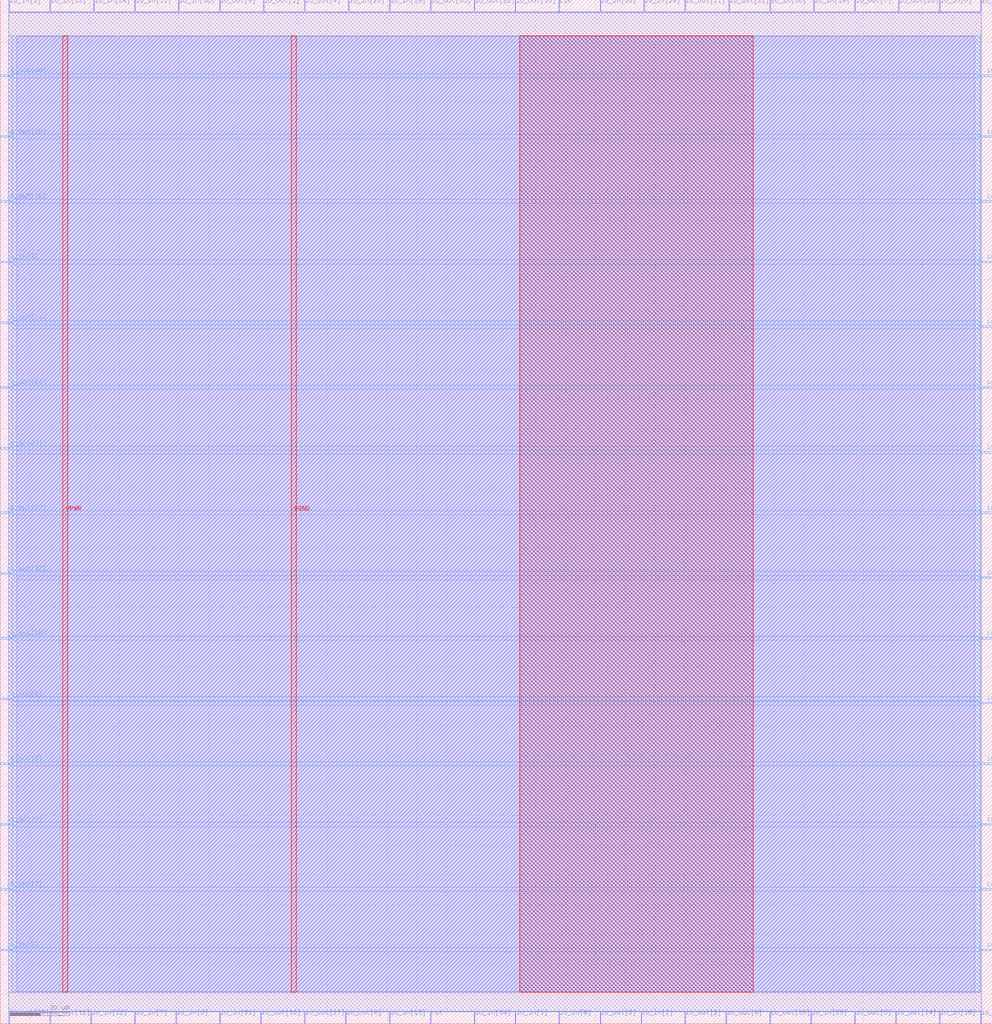
<source format=lef>
VERSION 5.7 ;
  NOWIREEXTENSIONATPIN ON ;
  DIVIDERCHAR "/" ;
  BUSBITCHARS "[]" ;
MACRO spinet5
  CLASS BLOCK ;
  FOREIGN spinet5 ;
  ORIGIN 0.000 0.000 ;
  SIZE 333.390 BY 344.110 ;
  PIN clk
    DIRECTION INPUT ;
    PORT
      LAYER met2 ;
        RECT 187.770 340.110 188.050 344.110 ;
    END
  END clk
  PIN io_in[0]
    DIRECTION INPUT ;
    PORT
      LAYER met2 ;
        RECT 315.650 340.110 315.930 344.110 ;
    END
  END io_in[0]
  PIN io_in[10]
    DIRECTION INPUT ;
    PORT
      LAYER met3 ;
        RECT 0.000 87.080 4.000 87.680 ;
    END
  END io_in[10]
  PIN io_in[11]
    DIRECTION INPUT ;
    PORT
      LAYER met2 ;
        RECT 45.170 340.110 45.450 344.110 ;
    END
  END io_in[11]
  PIN io_in[12]
    DIRECTION INPUT ;
    PORT
      LAYER met3 ;
        RECT 329.390 233.960 333.390 234.560 ;
    END
  END io_in[12]
  PIN io_in[13]
    DIRECTION INPUT ;
    PORT
      LAYER met2 ;
        RECT 130.730 0.000 131.010 4.000 ;
    END
  END io_in[13]
  PIN io_in[14]
    DIRECTION INPUT ;
    PORT
      LAYER met2 ;
        RECT 159.250 0.000 159.530 4.000 ;
    END
  END io_in[14]
  PIN io_in[15]
    DIRECTION INPUT ;
    PORT
      LAYER met3 ;
        RECT 329.390 276.120 333.390 276.720 ;
    END
  END io_in[15]
  PIN io_in[16]
    DIRECTION INPUT ;
    PORT
      LAYER met2 ;
        RECT 201.570 340.110 201.850 344.110 ;
    END
  END io_in[16]
  PIN io_in[17]
    DIRECTION INPUT ;
    PORT
      LAYER met3 ;
        RECT 0.000 44.920 4.000 45.520 ;
    END
  END io_in[17]
  PIN io_in[18]
    DIRECTION INPUT ;
    PORT
      LAYER met2 ;
        RECT 315.650 0.000 315.930 4.000 ;
    END
  END io_in[18]
  PIN io_in[19]
    DIRECTION INPUT ;
    PORT
      LAYER met2 ;
        RECT 273.330 340.110 273.610 344.110 ;
    END
  END io_in[19]
  PIN io_in[1]
    DIRECTION INPUT ;
    PORT
      LAYER met2 ;
        RECT 173.050 0.000 173.330 4.000 ;
    END
  END io_in[1]
  PIN io_in[20]
    DIRECTION INPUT ;
    PORT
      LAYER met2 ;
        RECT 116.930 340.110 117.210 344.110 ;
    END
  END io_in[20]
  PIN io_in[21]
    DIRECTION INPUT ;
    PORT
      LAYER met3 ;
        RECT 329.390 213.560 333.390 214.160 ;
    END
  END io_in[21]
  PIN io_in[22]
    DIRECTION INPUT ;
    PORT
      LAYER met2 ;
        RECT 30.450 0.000 30.730 4.000 ;
    END
  END io_in[22]
  PIN io_in[23]
    DIRECTION INPUT ;
    PORT
      LAYER met3 ;
        RECT 0.000 108.840 4.000 109.440 ;
    END
  END io_in[23]
  PIN io_in[24]
    DIRECTION INPUT ;
    PORT
      LAYER met2 ;
        RECT 216.290 340.110 216.570 344.110 ;
    END
  END io_in[24]
  PIN io_in[25]
    DIRECTION INPUT ;
    PORT
      LAYER met2 ;
        RECT 272.410 0.000 272.690 4.000 ;
    END
  END io_in[25]
  PIN io_in[26]
    DIRECTION INPUT ;
    PORT
      LAYER met3 ;
        RECT 329.390 44.920 333.390 45.520 ;
    END
  END io_in[26]
  PIN io_in[27]
    DIRECTION INPUT ;
    PORT
      LAYER met3 ;
        RECT 0.000 193.160 4.000 193.760 ;
    END
  END io_in[27]
  PIN io_in[28]
    DIRECTION INPUT ;
    PORT
      LAYER met2 ;
        RECT 329.450 340.110 329.730 344.110 ;
    END
  END io_in[28]
  PIN io_in[29]
    DIRECTION INPUT ;
    PORT
      LAYER met2 ;
        RECT 130.730 340.110 131.010 344.110 ;
    END
  END io_in[29]
  PIN io_in[2]
    DIRECTION INPUT ;
    PORT
      LAYER met2 ;
        RECT 215.370 0.000 215.650 4.000 ;
    END
  END io_in[2]
  PIN io_in[30]
    DIRECTION INPUT ;
    PORT
      LAYER met3 ;
        RECT 0.000 66.680 4.000 67.280 ;
    END
  END io_in[30]
  PIN io_in[31]
    DIRECTION INPUT ;
    PORT
      LAYER met2 ;
        RECT 73.690 0.000 73.970 4.000 ;
    END
  END io_in[31]
  PIN io_in[32]
    DIRECTION INPUT ;
    PORT
      LAYER met3 ;
        RECT 329.390 297.880 333.390 298.480 ;
    END
  END io_in[32]
  PIN io_in[33]
    DIRECTION INPUT ;
    PORT
      LAYER met2 ;
        RECT 16.650 340.110 16.930 344.110 ;
    END
  END io_in[33]
  PIN io_in[34]
    DIRECTION INPUT ;
    PORT
      LAYER met2 ;
        RECT 31.370 340.110 31.650 344.110 ;
    END
  END io_in[34]
  PIN io_in[35]
    DIRECTION INPUT ;
    PORT
      LAYER met2 ;
        RECT 258.610 340.110 258.890 344.110 ;
    END
  END io_in[35]
  PIN io_in[36]
    DIRECTION INPUT ;
    PORT
      LAYER met2 ;
        RECT 59.890 340.110 60.170 344.110 ;
    END
  END io_in[36]
  PIN io_in[37]
    DIRECTION INPUT ;
    PORT
      LAYER met2 ;
        RECT 329.450 0.000 329.730 4.000 ;
    END
  END io_in[37]
  PIN io_in[3]
    DIRECTION INPUT ;
    PORT
      LAYER met3 ;
        RECT 0.000 255.720 4.000 256.320 ;
    END
  END io_in[3]
  PIN io_in[4]
    DIRECTION INPUT ;
    PORT
      LAYER met3 ;
        RECT 329.390 66.680 333.390 67.280 ;
    END
  END io_in[4]
  PIN io_in[5]
    DIRECTION INPUT ;
    PORT
      LAYER met2 ;
        RECT 2.850 340.110 3.130 344.110 ;
    END
  END io_in[5]
  PIN io_in[6]
    DIRECTION INPUT ;
    PORT
      LAYER met2 ;
        RECT 58.970 0.000 59.250 4.000 ;
    END
  END io_in[6]
  PIN io_in[7]
    DIRECTION INPUT ;
    PORT
      LAYER met2 ;
        RECT 45.170 0.000 45.450 4.000 ;
    END
  END io_in[7]
  PIN io_in[8]
    DIRECTION INPUT ;
    PORT
      LAYER met2 ;
        RECT 187.770 0.000 188.050 4.000 ;
    END
  END io_in[8]
  PIN io_in[9]
    DIRECTION INPUT ;
    PORT
      LAYER met3 ;
        RECT 0.000 24.520 4.000 25.120 ;
    END
  END io_in[9]
  PIN io_out[0]
    DIRECTION OUTPUT TRISTATE ;
    PORT
      LAYER met2 ;
        RECT 116.010 0.000 116.290 4.000 ;
    END
  END io_out[0]
  PIN io_out[10]
    DIRECTION OUTPUT TRISTATE ;
    PORT
      LAYER met2 ;
        RECT 87.490 0.000 87.770 4.000 ;
    END
  END io_out[10]
  PIN io_out[11]
    DIRECTION OUTPUT TRISTATE ;
    PORT
      LAYER met2 ;
        RECT 230.090 340.110 230.370 344.110 ;
    END
  END io_out[11]
  PIN io_out[12]
    DIRECTION OUTPUT TRISTATE ;
    PORT
      LAYER met2 ;
        RECT 16.650 0.000 16.930 4.000 ;
    END
  END io_out[12]
  PIN io_out[13]
    DIRECTION OUTPUT TRISTATE ;
    PORT
      LAYER met3 ;
        RECT 329.390 191.800 333.390 192.400 ;
    END
  END io_out[13]
  PIN io_out[14]
    DIRECTION OUTPUT TRISTATE ;
    PORT
      LAYER met2 ;
        RECT 300.930 0.000 301.210 4.000 ;
    END
  END io_out[14]
  PIN io_out[15]
    DIRECTION OUTPUT TRISTATE ;
    PORT
      LAYER met2 ;
        RECT 173.050 340.110 173.330 344.110 ;
    END
  END io_out[15]
  PIN io_out[16]
    DIRECTION OUTPUT TRISTATE ;
    PORT
      LAYER met3 ;
        RECT 329.390 318.280 333.390 318.880 ;
    END
  END io_out[16]
  PIN io_out[17]
    DIRECTION OUTPUT TRISTATE ;
    PORT
      LAYER met3 ;
        RECT 329.390 171.400 333.390 172.000 ;
    END
  END io_out[17]
  PIN io_out[18]
    DIRECTION OUTPUT TRISTATE ;
    PORT
      LAYER met3 ;
        RECT 329.390 24.520 333.390 25.120 ;
    END
  END io_out[18]
  PIN io_out[19]
    DIRECTION OUTPUT TRISTATE ;
    PORT
      LAYER met3 ;
        RECT 0.000 129.240 4.000 129.840 ;
    END
  END io_out[19]
  PIN io_out[1]
    DIRECTION OUTPUT TRISTATE ;
    PORT
      LAYER met2 ;
        RECT 88.410 340.110 88.690 344.110 ;
    END
  END io_out[1]
  PIN io_out[20]
    DIRECTION OUTPUT TRISTATE ;
    PORT
      LAYER met3 ;
        RECT 329.390 149.640 333.390 150.240 ;
    END
  END io_out[20]
  PIN io_out[21]
    DIRECTION OUTPUT TRISTATE ;
    PORT
      LAYER met3 ;
        RECT 329.390 129.240 333.390 129.840 ;
    END
  END io_out[21]
  PIN io_out[22]
    DIRECTION OUTPUT TRISTATE ;
    PORT
      LAYER met2 ;
        RECT 159.250 340.110 159.530 344.110 ;
    END
  END io_out[22]
  PIN io_out[23]
    DIRECTION OUTPUT TRISTATE ;
    PORT
      LAYER met2 ;
        RECT 301.850 340.110 302.130 344.110 ;
    END
  END io_out[23]
  PIN io_out[24]
    DIRECTION OUTPUT TRISTATE ;
    PORT
      LAYER met3 ;
        RECT 0.000 213.560 4.000 214.160 ;
    END
  END io_out[24]
  PIN io_out[25]
    DIRECTION OUTPUT TRISTATE ;
    PORT
      LAYER met2 ;
        RECT 2.850 0.000 3.130 4.000 ;
    END
  END io_out[25]
  PIN io_out[26]
    DIRECTION OUTPUT TRISTATE ;
    PORT
      LAYER met3 ;
        RECT 0.000 276.120 4.000 276.720 ;
    END
  END io_out[26]
  PIN io_out[27]
    DIRECTION OUTPUT TRISTATE ;
    PORT
      LAYER met2 ;
        RECT 102.210 0.000 102.490 4.000 ;
    END
  END io_out[27]
  PIN io_out[28]
    DIRECTION OUTPUT TRISTATE ;
    PORT
      LAYER met3 ;
        RECT 0.000 318.280 4.000 318.880 ;
    END
  END io_out[28]
  PIN io_out[29]
    DIRECTION OUTPUT TRISTATE ;
    PORT
      LAYER met3 ;
        RECT 0.000 297.880 4.000 298.480 ;
    END
  END io_out[29]
  PIN io_out[2]
    DIRECTION OUTPUT TRISTATE ;
    PORT
      LAYER met2 ;
        RECT 201.570 0.000 201.850 4.000 ;
    END
  END io_out[2]
  PIN io_out[30]
    DIRECTION OUTPUT TRISTATE ;
    PORT
      LAYER met2 ;
        RECT 258.610 0.000 258.890 4.000 ;
    END
  END io_out[30]
  PIN io_out[31]
    DIRECTION OUTPUT TRISTATE ;
    PORT
      LAYER met2 ;
        RECT 244.810 340.110 245.090 344.110 ;
    END
  END io_out[31]
  PIN io_out[32]
    DIRECTION OUTPUT TRISTATE ;
    PORT
      LAYER met3 ;
        RECT 0.000 151.000 4.000 151.600 ;
    END
  END io_out[32]
  PIN io_out[33]
    DIRECTION OUTPUT TRISTATE ;
    PORT
      LAYER met3 ;
        RECT 329.390 87.080 333.390 87.680 ;
    END
  END io_out[33]
  PIN io_out[34]
    DIRECTION OUTPUT TRISTATE ;
    PORT
      LAYER met3 ;
        RECT 0.000 235.320 4.000 235.920 ;
    END
  END io_out[34]
  PIN io_out[35]
    DIRECTION OUTPUT TRISTATE ;
    PORT
      LAYER met2 ;
        RECT 144.530 340.110 144.810 344.110 ;
    END
  END io_out[35]
  PIN io_out[36]
    DIRECTION OUTPUT TRISTATE ;
    PORT
      LAYER met3 ;
        RECT 329.390 107.480 333.390 108.080 ;
    END
  END io_out[36]
  PIN io_out[37]
    DIRECTION OUTPUT TRISTATE ;
    PORT
      LAYER met3 ;
        RECT 0.000 171.400 4.000 172.000 ;
    END
  END io_out[37]
  PIN io_out[3]
    DIRECTION OUTPUT TRISTATE ;
    PORT
      LAYER met2 ;
        RECT 230.090 0.000 230.370 4.000 ;
    END
  END io_out[3]
  PIN io_out[4]
    DIRECTION OUTPUT TRISTATE ;
    PORT
      LAYER met2 ;
        RECT 102.210 340.110 102.490 344.110 ;
    END
  END io_out[4]
  PIN io_out[5]
    DIRECTION OUTPUT TRISTATE ;
    PORT
      LAYER met2 ;
        RECT 287.130 0.000 287.410 4.000 ;
    END
  END io_out[5]
  PIN io_out[6]
    DIRECTION OUTPUT TRISTATE ;
    PORT
      LAYER met2 ;
        RECT 243.890 0.000 244.170 4.000 ;
    END
  END io_out[6]
  PIN io_out[7]
    DIRECTION OUTPUT TRISTATE ;
    PORT
      LAYER met2 ;
        RECT 287.130 340.110 287.410 344.110 ;
    END
  END io_out[7]
  PIN io_out[8]
    DIRECTION OUTPUT TRISTATE ;
    PORT
      LAYER met3 ;
        RECT 329.390 255.720 333.390 256.320 ;
    END
  END io_out[8]
  PIN io_out[9]
    DIRECTION OUTPUT TRISTATE ;
    PORT
      LAYER met2 ;
        RECT 73.690 340.110 73.970 344.110 ;
    END
  END io_out[9]
  PIN rst
    DIRECTION INPUT ;
    PORT
      LAYER met2 ;
        RECT 144.530 0.000 144.810 4.000 ;
    END
  END rst
  PIN VPWR
    DIRECTION INPUT ;
    USE POWER ;
    PORT
      LAYER met4 ;
        RECT 21.040 10.640 22.640 332.080 ;
    END
  END VPWR
  PIN VGND
    DIRECTION INPUT ;
    USE GROUND ;
    PORT
      LAYER met4 ;
        RECT 97.840 10.640 99.440 332.080 ;
    END
  END VGND
  OBS
      LAYER li1 ;
        RECT 5.520 10.795 327.520 331.925 ;
      LAYER met1 ;
        RECT 2.830 10.640 329.750 332.080 ;
      LAYER met2 ;
        RECT 3.410 339.830 16.370 340.110 ;
        RECT 17.210 339.830 31.090 340.110 ;
        RECT 31.930 339.830 44.890 340.110 ;
        RECT 45.730 339.830 59.610 340.110 ;
        RECT 60.450 339.830 73.410 340.110 ;
        RECT 74.250 339.830 88.130 340.110 ;
        RECT 88.970 339.830 101.930 340.110 ;
        RECT 102.770 339.830 116.650 340.110 ;
        RECT 117.490 339.830 130.450 340.110 ;
        RECT 131.290 339.830 144.250 340.110 ;
        RECT 145.090 339.830 158.970 340.110 ;
        RECT 159.810 339.830 172.770 340.110 ;
        RECT 173.610 339.830 187.490 340.110 ;
        RECT 188.330 339.830 201.290 340.110 ;
        RECT 202.130 339.830 216.010 340.110 ;
        RECT 216.850 339.830 229.810 340.110 ;
        RECT 230.650 339.830 244.530 340.110 ;
        RECT 245.370 339.830 258.330 340.110 ;
        RECT 259.170 339.830 273.050 340.110 ;
        RECT 273.890 339.830 286.850 340.110 ;
        RECT 287.690 339.830 301.570 340.110 ;
        RECT 302.410 339.830 315.370 340.110 ;
        RECT 316.210 339.830 329.170 340.110 ;
        RECT 2.860 4.280 329.720 339.830 ;
        RECT 3.410 4.000 16.370 4.280 ;
        RECT 17.210 4.000 30.170 4.280 ;
        RECT 31.010 4.000 44.890 4.280 ;
        RECT 45.730 4.000 58.690 4.280 ;
        RECT 59.530 4.000 73.410 4.280 ;
        RECT 74.250 4.000 87.210 4.280 ;
        RECT 88.050 4.000 101.930 4.280 ;
        RECT 102.770 4.000 115.730 4.280 ;
        RECT 116.570 4.000 130.450 4.280 ;
        RECT 131.290 4.000 144.250 4.280 ;
        RECT 145.090 4.000 158.970 4.280 ;
        RECT 159.810 4.000 172.770 4.280 ;
        RECT 173.610 4.000 187.490 4.280 ;
        RECT 188.330 4.000 201.290 4.280 ;
        RECT 202.130 4.000 215.090 4.280 ;
        RECT 215.930 4.000 229.810 4.280 ;
        RECT 230.650 4.000 243.610 4.280 ;
        RECT 244.450 4.000 258.330 4.280 ;
        RECT 259.170 4.000 272.130 4.280 ;
        RECT 272.970 4.000 286.850 4.280 ;
        RECT 287.690 4.000 300.650 4.280 ;
        RECT 301.490 4.000 315.370 4.280 ;
        RECT 316.210 4.000 329.170 4.280 ;
      LAYER met3 ;
        RECT 4.000 319.280 329.390 332.005 ;
        RECT 4.400 317.880 328.990 319.280 ;
        RECT 4.000 298.880 329.390 317.880 ;
        RECT 4.400 297.480 328.990 298.880 ;
        RECT 4.000 277.120 329.390 297.480 ;
        RECT 4.400 275.720 328.990 277.120 ;
        RECT 4.000 256.720 329.390 275.720 ;
        RECT 4.400 255.320 328.990 256.720 ;
        RECT 4.000 236.320 329.390 255.320 ;
        RECT 4.400 234.960 329.390 236.320 ;
        RECT 4.400 234.920 328.990 234.960 ;
        RECT 4.000 233.560 328.990 234.920 ;
        RECT 4.000 214.560 329.390 233.560 ;
        RECT 4.400 213.160 328.990 214.560 ;
        RECT 4.000 194.160 329.390 213.160 ;
        RECT 4.400 192.800 329.390 194.160 ;
        RECT 4.400 192.760 328.990 192.800 ;
        RECT 4.000 191.400 328.990 192.760 ;
        RECT 4.000 172.400 329.390 191.400 ;
        RECT 4.400 171.000 328.990 172.400 ;
        RECT 4.000 152.000 329.390 171.000 ;
        RECT 4.400 150.640 329.390 152.000 ;
        RECT 4.400 150.600 328.990 150.640 ;
        RECT 4.000 149.240 328.990 150.600 ;
        RECT 4.000 130.240 329.390 149.240 ;
        RECT 4.400 128.840 328.990 130.240 ;
        RECT 4.000 109.840 329.390 128.840 ;
        RECT 4.400 108.480 329.390 109.840 ;
        RECT 4.400 108.440 328.990 108.480 ;
        RECT 4.000 107.080 328.990 108.440 ;
        RECT 4.000 88.080 329.390 107.080 ;
        RECT 4.400 86.680 328.990 88.080 ;
        RECT 4.000 67.680 329.390 86.680 ;
        RECT 4.400 66.280 328.990 67.680 ;
        RECT 4.000 45.920 329.390 66.280 ;
        RECT 4.400 44.520 328.990 45.920 ;
        RECT 4.000 25.520 329.390 44.520 ;
        RECT 4.400 24.120 328.990 25.520 ;
        RECT 4.000 10.715 329.390 24.120 ;
      LAYER met4 ;
        RECT 174.640 10.640 253.040 332.080 ;
  END
END spinet5
END LIBRARY


</source>
